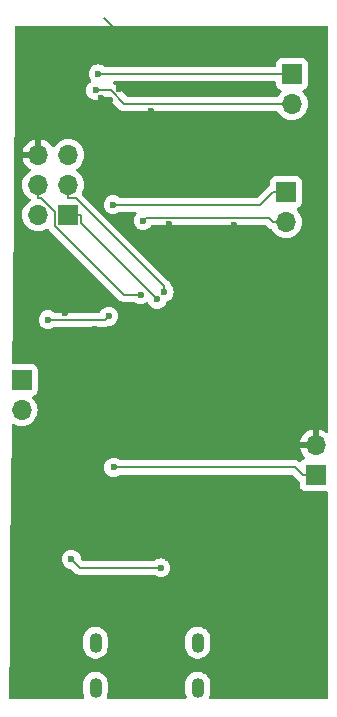
<source format=gbr>
%TF.GenerationSoftware,KiCad,Pcbnew,8.0.7*%
%TF.CreationDate,2025-01-05T21:05:33-07:00*%
%TF.ProjectId,Hat PCB,48617420-5043-4422-9e6b-696361645f70,rev?*%
%TF.SameCoordinates,Original*%
%TF.FileFunction,Copper,L2,Bot*%
%TF.FilePolarity,Positive*%
%FSLAX46Y46*%
G04 Gerber Fmt 4.6, Leading zero omitted, Abs format (unit mm)*
G04 Created by KiCad (PCBNEW 8.0.7) date 2025-01-05 21:05:33*
%MOMM*%
%LPD*%
G01*
G04 APERTURE LIST*
%TA.AperFunction,ComponentPad*%
%ADD10R,1.700000X1.700000*%
%TD*%
%TA.AperFunction,ComponentPad*%
%ADD11O,1.700000X1.700000*%
%TD*%
%TA.AperFunction,ComponentPad*%
%ADD12O,1.100000X1.700000*%
%TD*%
%TA.AperFunction,ViaPad*%
%ADD13C,0.600000*%
%TD*%
%TA.AperFunction,Conductor*%
%ADD14C,0.200000*%
%TD*%
G04 APERTURE END LIST*
D10*
%TO.P,J1,1,Pin_1*%
%TO.N,Net-(J1-Pin_1)*%
X265950000Y-136050000D03*
D11*
%TO.P,J1,2,Pin_2*%
%TO.N,GND*%
X265950000Y-133510000D03*
%TD*%
D10*
%TO.P,J5,1,Pin_1*%
%TO.N,Net-(D2-A)*%
X241050000Y-128010000D03*
D11*
%TO.P,J5,2,Pin_2*%
%TO.N,VCC*%
X241050000Y-130550000D03*
%TD*%
D10*
%TO.P,J4,1,Pin_1*%
%TO.N,Net-(J4-Pin_1)*%
X245000000Y-114040000D03*
D11*
%TO.P,J4,2,Pin_2*%
%TO.N,VCC*%
X242460000Y-114040000D03*
%TO.P,J4,3,Pin_3*%
%TO.N,Net-(J4-Pin_3)*%
X245000000Y-111500000D03*
%TO.P,J4,4,Pin_4*%
%TO.N,Net-(J4-Pin_4)*%
X242460000Y-111500000D03*
%TO.P,J4,5,Pin_5*%
%TO.N,Net-(J4-Pin_5)*%
X245000000Y-108960000D03*
%TO.P,J4,6,Pin_6*%
%TO.N,GND*%
X242460000Y-108960000D03*
%TD*%
D12*
%TO.P,P1,S1,SHIELD*%
%TO.N,unconnected-(P1-SHIELD-PadS1)_2*%
X247310000Y-150250000D03*
%TO.N,unconnected-(P1-SHIELD-PadS1)_3*%
X247310000Y-154050000D03*
%TO.N,unconnected-(P1-SHIELD-PadS1)_1*%
X255950000Y-150250000D03*
%TO.N,unconnected-(P1-SHIELD-PadS1)*%
X255950000Y-154050000D03*
%TD*%
D10*
%TO.P,J2,1,Pin_1*%
%TO.N,Net-(J2-Pin_1)*%
X263937500Y-102100000D03*
D11*
%TO.P,J2,2,Pin_2*%
%TO.N,Net-(J2-Pin_2)*%
X263937500Y-104640000D03*
%TD*%
D10*
%TO.P,J3,1,Pin_1*%
%TO.N,Net-(J3-Pin_1)*%
X263437500Y-112100000D03*
D11*
%TO.P,J3,2,Pin_2*%
%TO.N,Net-(J3-Pin_2)*%
X263437500Y-114640000D03*
%TD*%
D13*
%TO.N,Net-(Q1-G)*%
X248418100Y-122615700D03*
X243294600Y-122903700D03*
%TO.N,Net-(U4-PROG)*%
X252837000Y-143917000D03*
X245264000Y-143200000D03*
%TO.N,Net-(J4-Pin_4)*%
X251125000Y-120775000D03*
%TO.N,Net-(J4-Pin_1)*%
X252536000Y-121188000D03*
%TO.N,Net-(J4-Pin_3)*%
X253112000Y-120572000D03*
%TO.N,Net-(J3-Pin_1)*%
X248808000Y-113173000D03*
%TO.N,Net-(J3-Pin_2)*%
X251351000Y-114515000D03*
%TO.N,Net-(J2-Pin_2)*%
X247324000Y-103495000D03*
%TO.N,Net-(J2-Pin_1)*%
X247545000Y-102100000D03*
%TO.N,Net-(J1-Pin_1)*%
X248841000Y-135416000D03*
%TO.N,GND*%
X252000000Y-105197000D03*
X257938000Y-106228000D03*
X253437000Y-143109000D03*
X250284000Y-103066000D03*
X249275000Y-114672000D03*
X253806000Y-145662000D03*
X247450000Y-148324000D03*
X259950000Y-132371000D03*
X249450000Y-140343000D03*
X251108000Y-111666000D03*
X248880000Y-149098000D03*
X247775000Y-104153000D03*
X254380000Y-149109000D03*
X259050000Y-120179000D03*
X249318000Y-103382000D03*
X253500000Y-114823000D03*
X244748000Y-121479000D03*
X245500000Y-139285000D03*
X255792000Y-122900000D03*
X250650000Y-128805000D03*
X250049000Y-114417000D03*
X242500000Y-120128000D03*
X244738000Y-122310000D03*
X244719000Y-123823000D03*
X242530000Y-124276000D03*
X259000000Y-114856000D03*
X247286000Y-123700000D03*
X243550000Y-125825000D03*
X258600000Y-128312300D03*
X254594000Y-145928900D03*
X248545400Y-104265100D03*
X258950000Y-126707700D03*
%TD*%
D14*
%TO.N,Net-(Q1-G)*%
X248130100Y-122903700D02*
X243294600Y-122903700D01*
X248418100Y-122615700D02*
X248130100Y-122903700D01*
%TO.N,Net-(U4-PROG)*%
X245981000Y-143917000D02*
X245264000Y-143200000D01*
X252837000Y-143917000D02*
X245981000Y-143917000D01*
%TO.N,Net-(J4-Pin_4)*%
X242688300Y-112601700D02*
X242460000Y-112601700D01*
X243853900Y-113767300D02*
X242688300Y-112601700D01*
X243853900Y-114950400D02*
X243853900Y-113767300D01*
X249678500Y-120775000D02*
X243853900Y-114950400D01*
X251125000Y-120775000D02*
X249678500Y-120775000D01*
X242460000Y-111500000D02*
X242460000Y-112601700D01*
%TO.N,Net-(J4-Pin_1)*%
X246101700Y-114753700D02*
X246101700Y-114040000D01*
X252536000Y-121188000D02*
X246101700Y-114753700D01*
X245000000Y-114040000D02*
X246101700Y-114040000D01*
%TO.N,Net-(J4-Pin_3)*%
X245617900Y-112601700D02*
X245000000Y-112601700D01*
X253112000Y-120095800D02*
X245617900Y-112601700D01*
X253112000Y-120572000D02*
X253112000Y-120095800D01*
X245000000Y-111500000D02*
X245000000Y-112601700D01*
%TO.N,Net-(J3-Pin_1)*%
X261262800Y-113173000D02*
X248808000Y-113173000D01*
X262335800Y-112100000D02*
X261262800Y-113173000D01*
X263437500Y-112100000D02*
X262335800Y-112100000D01*
%TO.N,Net-(J3-Pin_2)*%
X261964300Y-114268500D02*
X262335800Y-114640000D01*
X251597500Y-114268500D02*
X261964300Y-114268500D01*
X251351000Y-114515000D02*
X251597500Y-114268500D01*
X263437500Y-114640000D02*
X262335800Y-114640000D01*
%TO.N,Net-(J2-Pin_2)*%
X249749300Y-104640000D02*
X263937500Y-104640000D01*
X248604300Y-103495000D02*
X249749300Y-104640000D01*
X247324000Y-103495000D02*
X248604300Y-103495000D01*
%TO.N,Net-(J2-Pin_1)*%
X247545000Y-102100000D02*
X263937500Y-102100000D01*
%TO.N,Net-(J1-Pin_1)*%
X264214300Y-135416000D02*
X264848300Y-136050000D01*
X248841000Y-135416000D02*
X264214300Y-135416000D01*
X265950000Y-136050000D02*
X264848300Y-136050000D01*
%TO.N,GND*%
X250720400Y-100099400D02*
X247983500Y-97362500D01*
%TD*%
%TA.AperFunction,Conductor*%
%TO.N,GND*%
G36*
X262530040Y-102720185D02*
G01*
X262575795Y-102772989D01*
X262587001Y-102824500D01*
X262587001Y-102997876D01*
X262593408Y-103057483D01*
X262643702Y-103192328D01*
X262643706Y-103192335D01*
X262729952Y-103307544D01*
X262729955Y-103307547D01*
X262845164Y-103393793D01*
X262845171Y-103393797D01*
X262976581Y-103442810D01*
X263032515Y-103484681D01*
X263056932Y-103550145D01*
X263042080Y-103618418D01*
X263020930Y-103646673D01*
X262899003Y-103768600D01*
X262763465Y-103962170D01*
X262763462Y-103962175D01*
X262760789Y-103967909D01*
X262714615Y-104020346D01*
X262648409Y-104039500D01*
X250049398Y-104039500D01*
X249982359Y-104019815D01*
X249961717Y-104003181D01*
X249091890Y-103133355D01*
X249091888Y-103133352D01*
X248973017Y-103014481D01*
X248973009Y-103014475D01*
X248871236Y-102955717D01*
X248871235Y-102955717D01*
X248836085Y-102935423D01*
X248836083Y-102935422D01*
X248829960Y-102931887D01*
X248781745Y-102881319D01*
X248768523Y-102812712D01*
X248794491Y-102747847D01*
X248851406Y-102707320D01*
X248891961Y-102700500D01*
X262463001Y-102700500D01*
X262530040Y-102720185D01*
G37*
%TD.AperFunction*%
%TA.AperFunction,Conductor*%
G36*
X266943039Y-98019685D02*
G01*
X266988794Y-98072489D01*
X267000000Y-98124000D01*
X267000000Y-132358971D01*
X266980315Y-132426010D01*
X266927511Y-132471765D01*
X266858353Y-132481709D01*
X266804876Y-132460546D01*
X266627578Y-132336399D01*
X266413492Y-132236570D01*
X266413486Y-132236567D01*
X266200000Y-132179364D01*
X266200000Y-133076988D01*
X266142993Y-133044075D01*
X266015826Y-133010000D01*
X265884174Y-133010000D01*
X265757007Y-133044075D01*
X265700000Y-133076988D01*
X265700000Y-132179364D01*
X265699999Y-132179364D01*
X265486513Y-132236567D01*
X265486507Y-132236570D01*
X265272422Y-132336399D01*
X265272420Y-132336400D01*
X265078926Y-132471886D01*
X265078920Y-132471891D01*
X264911891Y-132638920D01*
X264911886Y-132638926D01*
X264776400Y-132832420D01*
X264776399Y-132832422D01*
X264676570Y-133046507D01*
X264676567Y-133046513D01*
X264619364Y-133259999D01*
X264619364Y-133260000D01*
X265516988Y-133260000D01*
X265484075Y-133317007D01*
X265450000Y-133444174D01*
X265450000Y-133575826D01*
X265484075Y-133702993D01*
X265516988Y-133760000D01*
X264619364Y-133760000D01*
X264676567Y-133973486D01*
X264676570Y-133973492D01*
X264776399Y-134187578D01*
X264911894Y-134381082D01*
X265033946Y-134503134D01*
X265067431Y-134564457D01*
X265062447Y-134634149D01*
X265020575Y-134690082D01*
X264989598Y-134706997D01*
X264857671Y-134756202D01*
X264857664Y-134756206D01*
X264742455Y-134842452D01*
X264711670Y-134883576D01*
X264655736Y-134925446D01*
X264586044Y-134930430D01*
X264550405Y-134916652D01*
X264493115Y-134883576D01*
X264481235Y-134876717D01*
X264481234Y-134876716D01*
X264446090Y-134856425D01*
X264446089Y-134856424D01*
X264433563Y-134853067D01*
X264293357Y-134815499D01*
X264135243Y-134815499D01*
X264127647Y-134815499D01*
X264127631Y-134815500D01*
X249423412Y-134815500D01*
X249356373Y-134795815D01*
X249346097Y-134788445D01*
X249343263Y-134786185D01*
X249343262Y-134786184D01*
X249217237Y-134706997D01*
X249190523Y-134690211D01*
X249020254Y-134630631D01*
X249020249Y-134630630D01*
X248841004Y-134610435D01*
X248840996Y-134610435D01*
X248661750Y-134630630D01*
X248661745Y-134630631D01*
X248491476Y-134690211D01*
X248338737Y-134786184D01*
X248211184Y-134913737D01*
X248115211Y-135066476D01*
X248055631Y-135236745D01*
X248055630Y-135236750D01*
X248035435Y-135415996D01*
X248035435Y-135416003D01*
X248055630Y-135595249D01*
X248055631Y-135595254D01*
X248115211Y-135765523D01*
X248211184Y-135918262D01*
X248338738Y-136045816D01*
X248491478Y-136141789D01*
X248661745Y-136201368D01*
X248661750Y-136201369D01*
X248840996Y-136221565D01*
X248841000Y-136221565D01*
X248841004Y-136221565D01*
X249020249Y-136201369D01*
X249020252Y-136201368D01*
X249020255Y-136201368D01*
X249190522Y-136141789D01*
X249343262Y-136045816D01*
X249343267Y-136045810D01*
X249346097Y-136043555D01*
X249348275Y-136042665D01*
X249349158Y-136042111D01*
X249349255Y-136042265D01*
X249410783Y-136017145D01*
X249423412Y-136016500D01*
X263914203Y-136016500D01*
X263981242Y-136036185D01*
X264001884Y-136052819D01*
X264363439Y-136414374D01*
X264363449Y-136414385D01*
X264367779Y-136418715D01*
X264367780Y-136418716D01*
X264479584Y-136530520D01*
X264537501Y-136563958D01*
X264585715Y-136614522D01*
X264599500Y-136671344D01*
X264599500Y-136947869D01*
X264599501Y-136947876D01*
X264605908Y-137007483D01*
X264656202Y-137142328D01*
X264656206Y-137142335D01*
X264742452Y-137257544D01*
X264742455Y-137257547D01*
X264857664Y-137343793D01*
X264857671Y-137343797D01*
X264992517Y-137394091D01*
X264992516Y-137394091D01*
X264999444Y-137394835D01*
X265052127Y-137400500D01*
X266847872Y-137400499D01*
X266862746Y-137398900D01*
X266931505Y-137411306D01*
X266982642Y-137458917D01*
X267000000Y-137522190D01*
X267000000Y-154876000D01*
X266980315Y-154943039D01*
X266927511Y-154988794D01*
X266876000Y-155000000D01*
X257003393Y-155000000D01*
X256936354Y-154980315D01*
X256890599Y-154927511D01*
X256880655Y-154858353D01*
X256888832Y-154828547D01*
X256960130Y-154656420D01*
X257000500Y-154453465D01*
X257000500Y-153646535D01*
X256960130Y-153443580D01*
X256880941Y-153252402D01*
X256765977Y-153080345D01*
X256765975Y-153080342D01*
X256619657Y-152934024D01*
X256533626Y-152876541D01*
X256447598Y-152819059D01*
X256256420Y-152739870D01*
X256256412Y-152739868D01*
X256053469Y-152699500D01*
X256053465Y-152699500D01*
X255846535Y-152699500D01*
X255846530Y-152699500D01*
X255643587Y-152739868D01*
X255643579Y-152739870D01*
X255452403Y-152819058D01*
X255280342Y-152934024D01*
X255134024Y-153080342D01*
X255019058Y-153252403D01*
X254939870Y-153443579D01*
X254939868Y-153443587D01*
X254899500Y-153646530D01*
X254899500Y-154453469D01*
X254939868Y-154656412D01*
X254939870Y-154656420D01*
X255011168Y-154828547D01*
X255018637Y-154898016D01*
X254987362Y-154960496D01*
X254927273Y-154996148D01*
X254896607Y-155000000D01*
X248363393Y-155000000D01*
X248296354Y-154980315D01*
X248250599Y-154927511D01*
X248240655Y-154858353D01*
X248248832Y-154828547D01*
X248320130Y-154656420D01*
X248360500Y-154453465D01*
X248360500Y-153646535D01*
X248320130Y-153443580D01*
X248240941Y-153252402D01*
X248125977Y-153080345D01*
X248125975Y-153080342D01*
X247979657Y-152934024D01*
X247893626Y-152876541D01*
X247807598Y-152819059D01*
X247616420Y-152739870D01*
X247616412Y-152739868D01*
X247413469Y-152699500D01*
X247413465Y-152699500D01*
X247206535Y-152699500D01*
X247206530Y-152699500D01*
X247003587Y-152739868D01*
X247003579Y-152739870D01*
X246812403Y-152819058D01*
X246640342Y-152934024D01*
X246494024Y-153080342D01*
X246379058Y-153252403D01*
X246299870Y-153443579D01*
X246299868Y-153443587D01*
X246259500Y-153646530D01*
X246259500Y-154453469D01*
X246299868Y-154656412D01*
X246299870Y-154656420D01*
X246371168Y-154828547D01*
X246378637Y-154898016D01*
X246347362Y-154960496D01*
X246287273Y-154996148D01*
X246256607Y-155000000D01*
X240125092Y-155000000D01*
X240058053Y-154980315D01*
X240012298Y-154927511D01*
X240001097Y-154874912D01*
X240045205Y-149846530D01*
X246259500Y-149846530D01*
X246259500Y-150653469D01*
X246299868Y-150856412D01*
X246299870Y-150856420D01*
X246379058Y-151047596D01*
X246494024Y-151219657D01*
X246640342Y-151365975D01*
X246640345Y-151365977D01*
X246812402Y-151480941D01*
X247003580Y-151560130D01*
X247206530Y-151600499D01*
X247206534Y-151600500D01*
X247206535Y-151600500D01*
X247413466Y-151600500D01*
X247413467Y-151600499D01*
X247616420Y-151560130D01*
X247807598Y-151480941D01*
X247979655Y-151365977D01*
X248125977Y-151219655D01*
X248240941Y-151047598D01*
X248320130Y-150856420D01*
X248360500Y-150653465D01*
X248360500Y-149846535D01*
X248360499Y-149846530D01*
X254899500Y-149846530D01*
X254899500Y-150653469D01*
X254939868Y-150856412D01*
X254939870Y-150856420D01*
X255019058Y-151047596D01*
X255134024Y-151219657D01*
X255280342Y-151365975D01*
X255280345Y-151365977D01*
X255452402Y-151480941D01*
X255643580Y-151560130D01*
X255846530Y-151600499D01*
X255846534Y-151600500D01*
X255846535Y-151600500D01*
X256053466Y-151600500D01*
X256053467Y-151600499D01*
X256256420Y-151560130D01*
X256447598Y-151480941D01*
X256619655Y-151365977D01*
X256765977Y-151219655D01*
X256880941Y-151047598D01*
X256960130Y-150856420D01*
X257000500Y-150653465D01*
X257000500Y-149846535D01*
X256960130Y-149643580D01*
X256880941Y-149452402D01*
X256765977Y-149280345D01*
X256765975Y-149280342D01*
X256619657Y-149134024D01*
X256533626Y-149076541D01*
X256447598Y-149019059D01*
X256256420Y-148939870D01*
X256256412Y-148939868D01*
X256053469Y-148899500D01*
X256053465Y-148899500D01*
X255846535Y-148899500D01*
X255846530Y-148899500D01*
X255643587Y-148939868D01*
X255643579Y-148939870D01*
X255452403Y-149019058D01*
X255280342Y-149134024D01*
X255134024Y-149280342D01*
X255019058Y-149452403D01*
X254939870Y-149643579D01*
X254939868Y-149643587D01*
X254899500Y-149846530D01*
X248360499Y-149846530D01*
X248320130Y-149643580D01*
X248240941Y-149452402D01*
X248125977Y-149280345D01*
X248125975Y-149280342D01*
X247979657Y-149134024D01*
X247893626Y-149076541D01*
X247807598Y-149019059D01*
X247616420Y-148939870D01*
X247616412Y-148939868D01*
X247413469Y-148899500D01*
X247413465Y-148899500D01*
X247206535Y-148899500D01*
X247206530Y-148899500D01*
X247003587Y-148939868D01*
X247003579Y-148939870D01*
X246812403Y-149019058D01*
X246640342Y-149134024D01*
X246494024Y-149280342D01*
X246379058Y-149452403D01*
X246299870Y-149643579D01*
X246299868Y-149643587D01*
X246259500Y-149846530D01*
X240045205Y-149846530D01*
X240103508Y-143199996D01*
X244458435Y-143199996D01*
X244458435Y-143200003D01*
X244478630Y-143379249D01*
X244478631Y-143379254D01*
X244538211Y-143549523D01*
X244634184Y-143702262D01*
X244761738Y-143829816D01*
X244914478Y-143925789D01*
X245084745Y-143985368D01*
X245171669Y-143995161D01*
X245236080Y-144022226D01*
X245245465Y-144030700D01*
X245496139Y-144281374D01*
X245496149Y-144281385D01*
X245500479Y-144285715D01*
X245500480Y-144285716D01*
X245612284Y-144397520D01*
X245699095Y-144447639D01*
X245699097Y-144447641D01*
X245737151Y-144469611D01*
X245749215Y-144476577D01*
X245901943Y-144517500D01*
X252254588Y-144517500D01*
X252321627Y-144537185D01*
X252331903Y-144544555D01*
X252334736Y-144546814D01*
X252334738Y-144546816D01*
X252487478Y-144642789D01*
X252657745Y-144702368D01*
X252657750Y-144702369D01*
X252836996Y-144722565D01*
X252837000Y-144722565D01*
X252837004Y-144722565D01*
X253016249Y-144702369D01*
X253016252Y-144702368D01*
X253016255Y-144702368D01*
X253186522Y-144642789D01*
X253339262Y-144546816D01*
X253466816Y-144419262D01*
X253562789Y-144266522D01*
X253622368Y-144096255D01*
X253622369Y-144096249D01*
X253642565Y-143917003D01*
X253642565Y-143916996D01*
X253622369Y-143737750D01*
X253622368Y-143737745D01*
X253562788Y-143567476D01*
X253466815Y-143414737D01*
X253339262Y-143287184D01*
X253186523Y-143191211D01*
X253016254Y-143131631D01*
X253016249Y-143131630D01*
X252837004Y-143111435D01*
X252836996Y-143111435D01*
X252657750Y-143131630D01*
X252657745Y-143131631D01*
X252487476Y-143191211D01*
X252334736Y-143287185D01*
X252331903Y-143289445D01*
X252329724Y-143290334D01*
X252328842Y-143290889D01*
X252328744Y-143290734D01*
X252267217Y-143315855D01*
X252254588Y-143316500D01*
X246281097Y-143316500D01*
X246214058Y-143296815D01*
X246193416Y-143280181D01*
X246094700Y-143181465D01*
X246061215Y-143120142D01*
X246059163Y-143107686D01*
X246049368Y-143020745D01*
X245989789Y-142850478D01*
X245893816Y-142697738D01*
X245766262Y-142570184D01*
X245613523Y-142474211D01*
X245443254Y-142414631D01*
X245443249Y-142414630D01*
X245264004Y-142394435D01*
X245263996Y-142394435D01*
X245084750Y-142414630D01*
X245084745Y-142414631D01*
X244914476Y-142474211D01*
X244761737Y-142570184D01*
X244634184Y-142697737D01*
X244538211Y-142850476D01*
X244478631Y-143020745D01*
X244478630Y-143020750D01*
X244458435Y-143199996D01*
X240103508Y-143199996D01*
X240203168Y-131838772D01*
X240223439Y-131771914D01*
X240276642Y-131726624D01*
X240345885Y-131717288D01*
X240379565Y-131727483D01*
X240586337Y-131823903D01*
X240814592Y-131885063D01*
X241002918Y-131901539D01*
X241049999Y-131905659D01*
X241050000Y-131905659D01*
X241050001Y-131905659D01*
X241089234Y-131902226D01*
X241285408Y-131885063D01*
X241513663Y-131823903D01*
X241727830Y-131724035D01*
X241921401Y-131588495D01*
X242088495Y-131421401D01*
X242224035Y-131227830D01*
X242323903Y-131013663D01*
X242385063Y-130785408D01*
X242405659Y-130550000D01*
X242385063Y-130314592D01*
X242323903Y-130086337D01*
X242224035Y-129872171D01*
X242088495Y-129678599D01*
X241966567Y-129556671D01*
X241933084Y-129495351D01*
X241938068Y-129425659D01*
X241979939Y-129369725D01*
X242010915Y-129352810D01*
X242142331Y-129303796D01*
X242257546Y-129217546D01*
X242343796Y-129102331D01*
X242394091Y-128967483D01*
X242400500Y-128907873D01*
X242400499Y-127112128D01*
X242394091Y-127052517D01*
X242343796Y-126917669D01*
X242343795Y-126917668D01*
X242343793Y-126917664D01*
X242257547Y-126802455D01*
X242257544Y-126802452D01*
X242142335Y-126716206D01*
X242142328Y-126716202D01*
X242007482Y-126665908D01*
X242007483Y-126665908D01*
X241947883Y-126659501D01*
X241947881Y-126659500D01*
X241947873Y-126659500D01*
X241947865Y-126659500D01*
X240373692Y-126659500D01*
X240306653Y-126639815D01*
X240260898Y-126587011D01*
X240249698Y-126534417D01*
X240281546Y-122903696D01*
X242489035Y-122903696D01*
X242489035Y-122903703D01*
X242509230Y-123082949D01*
X242509231Y-123082954D01*
X242568811Y-123253223D01*
X242624273Y-123341489D01*
X242664784Y-123405962D01*
X242792338Y-123533516D01*
X242945078Y-123629489D01*
X243115345Y-123689068D01*
X243115350Y-123689069D01*
X243294596Y-123709265D01*
X243294600Y-123709265D01*
X243294604Y-123709265D01*
X243473849Y-123689069D01*
X243473852Y-123689068D01*
X243473855Y-123689068D01*
X243644122Y-123629489D01*
X243796862Y-123533516D01*
X243796867Y-123533510D01*
X243799697Y-123531255D01*
X243801875Y-123530365D01*
X243802758Y-123529811D01*
X243802855Y-123529965D01*
X243864383Y-123504845D01*
X243877012Y-123504200D01*
X248043431Y-123504200D01*
X248043447Y-123504201D01*
X248051043Y-123504201D01*
X248209154Y-123504201D01*
X248209157Y-123504201D01*
X248361885Y-123463277D01*
X248412004Y-123434339D01*
X248416248Y-123431888D01*
X248464369Y-123416050D01*
X248597355Y-123401068D01*
X248767622Y-123341489D01*
X248920362Y-123245516D01*
X249047916Y-123117962D01*
X249143889Y-122965222D01*
X249203468Y-122794955D01*
X249211412Y-122724450D01*
X249223665Y-122615703D01*
X249223665Y-122615696D01*
X249203469Y-122436450D01*
X249203468Y-122436445D01*
X249143889Y-122266178D01*
X249047916Y-122113438D01*
X248920362Y-121985884D01*
X248805624Y-121913789D01*
X248767623Y-121889911D01*
X248597354Y-121830331D01*
X248597349Y-121830330D01*
X248418104Y-121810135D01*
X248418096Y-121810135D01*
X248238850Y-121830330D01*
X248238845Y-121830331D01*
X248068576Y-121889911D01*
X247915837Y-121985884D01*
X247788284Y-122113437D01*
X247705510Y-122245172D01*
X247653175Y-122291463D01*
X247600516Y-122303200D01*
X243877012Y-122303200D01*
X243809973Y-122283515D01*
X243799697Y-122276145D01*
X243796863Y-122273885D01*
X243796862Y-122273884D01*
X243740096Y-122238215D01*
X243644123Y-122177911D01*
X243473854Y-122118331D01*
X243473849Y-122118330D01*
X243294604Y-122098135D01*
X243294596Y-122098135D01*
X243115350Y-122118330D01*
X243115345Y-122118331D01*
X242945076Y-122177911D01*
X242792337Y-122273884D01*
X242664784Y-122401437D01*
X242568811Y-122554176D01*
X242509231Y-122724445D01*
X242509230Y-122724450D01*
X242489035Y-122903696D01*
X240281546Y-122903696D01*
X240381579Y-111499999D01*
X241104341Y-111499999D01*
X241104341Y-111500000D01*
X241124936Y-111735403D01*
X241124938Y-111735413D01*
X241186094Y-111963655D01*
X241186096Y-111963659D01*
X241186097Y-111963663D01*
X241190000Y-111972032D01*
X241285965Y-112177830D01*
X241285967Y-112177834D01*
X241348187Y-112266692D01*
X241421504Y-112371400D01*
X241421506Y-112371402D01*
X241588597Y-112538493D01*
X241588603Y-112538498D01*
X241774158Y-112668425D01*
X241817783Y-112723002D01*
X241824977Y-112792500D01*
X241793454Y-112854855D01*
X241774158Y-112871575D01*
X241588597Y-113001505D01*
X241421505Y-113168597D01*
X241285965Y-113362169D01*
X241285964Y-113362171D01*
X241186098Y-113576335D01*
X241186094Y-113576344D01*
X241124938Y-113804586D01*
X241124936Y-113804596D01*
X241104341Y-114039999D01*
X241104341Y-114040000D01*
X241124936Y-114275403D01*
X241124938Y-114275413D01*
X241186094Y-114503655D01*
X241186096Y-114503659D01*
X241186097Y-114503663D01*
X241191382Y-114514996D01*
X241285965Y-114717830D01*
X241285967Y-114717834D01*
X241388680Y-114864522D01*
X241421505Y-114911401D01*
X241588599Y-115078495D01*
X241648623Y-115120524D01*
X241782165Y-115214032D01*
X241782167Y-115214033D01*
X241782170Y-115214035D01*
X241996337Y-115313903D01*
X242224592Y-115375063D01*
X242404634Y-115390815D01*
X242459999Y-115395659D01*
X242460000Y-115395659D01*
X242460001Y-115395659D01*
X242515366Y-115390815D01*
X242695408Y-115375063D01*
X242923663Y-115313903D01*
X243137830Y-115214035D01*
X243151514Y-115204452D01*
X243217720Y-115182124D01*
X243285488Y-115199133D01*
X243330027Y-115244026D01*
X243372638Y-115317830D01*
X243373379Y-115319114D01*
X243373381Y-115319117D01*
X243492249Y-115437985D01*
X243492255Y-115437990D01*
X249193639Y-121139374D01*
X249193649Y-121139385D01*
X249197979Y-121143715D01*
X249197980Y-121143716D01*
X249309784Y-121255520D01*
X249382997Y-121297789D01*
X249382998Y-121297790D01*
X249446709Y-121334574D01*
X249446710Y-121334574D01*
X249446715Y-121334577D01*
X249599442Y-121375500D01*
X249599443Y-121375500D01*
X250542588Y-121375500D01*
X250609627Y-121395185D01*
X250619903Y-121402555D01*
X250622736Y-121404814D01*
X250622738Y-121404816D01*
X250775478Y-121500789D01*
X250880452Y-121537521D01*
X250945745Y-121560368D01*
X250945750Y-121560369D01*
X251124996Y-121580565D01*
X251125000Y-121580565D01*
X251125004Y-121580565D01*
X251304249Y-121560369D01*
X251304252Y-121560368D01*
X251304255Y-121560368D01*
X251474522Y-121500789D01*
X251607512Y-121417225D01*
X251674748Y-121398225D01*
X251741583Y-121418592D01*
X251786798Y-121471860D01*
X251790526Y-121481265D01*
X251810210Y-121537521D01*
X251906184Y-121690262D01*
X252033738Y-121817816D01*
X252186478Y-121913789D01*
X252356745Y-121973368D01*
X252356750Y-121973369D01*
X252535996Y-121993565D01*
X252536000Y-121993565D01*
X252536004Y-121993565D01*
X252715249Y-121973369D01*
X252715252Y-121973368D01*
X252715255Y-121973368D01*
X252885522Y-121913789D01*
X253038262Y-121817816D01*
X253165816Y-121690262D01*
X253261789Y-121537522D01*
X253309789Y-121400344D01*
X253350511Y-121343569D01*
X253385875Y-121324258D01*
X253461522Y-121297789D01*
X253614262Y-121201816D01*
X253741816Y-121074262D01*
X253837789Y-120921522D01*
X253897368Y-120751255D01*
X253917565Y-120572000D01*
X253897368Y-120392745D01*
X253837789Y-120222478D01*
X253741816Y-120069738D01*
X253741815Y-120069737D01*
X253737475Y-120064295D01*
X253739119Y-120062983D01*
X253712568Y-120016997D01*
X253712501Y-120016746D01*
X253712501Y-120016743D01*
X253671577Y-119864015D01*
X253642639Y-119813895D01*
X253592520Y-119727084D01*
X253480716Y-119615280D01*
X253480715Y-119615279D01*
X253476385Y-119610949D01*
X253476374Y-119610939D01*
X247038431Y-113172996D01*
X248002435Y-113172996D01*
X248002435Y-113173003D01*
X248022630Y-113352249D01*
X248022631Y-113352254D01*
X248082211Y-113522523D01*
X248173620Y-113667999D01*
X248178184Y-113675262D01*
X248305738Y-113802816D01*
X248458478Y-113898789D01*
X248628745Y-113958368D01*
X248628750Y-113958369D01*
X248807996Y-113978565D01*
X248808000Y-113978565D01*
X248808004Y-113978565D01*
X248987249Y-113958369D01*
X248987252Y-113958368D01*
X248987255Y-113958368D01*
X249157522Y-113898789D01*
X249310262Y-113802816D01*
X249310267Y-113802810D01*
X249313097Y-113800555D01*
X249315275Y-113799665D01*
X249316158Y-113799111D01*
X249316255Y-113799265D01*
X249377783Y-113774145D01*
X249390412Y-113773500D01*
X250661060Y-113773500D01*
X250728099Y-113793185D01*
X250773854Y-113845989D01*
X250783798Y-113915147D01*
X250754773Y-113978703D01*
X250748741Y-113985181D01*
X250721184Y-114012737D01*
X250625211Y-114165476D01*
X250565631Y-114335745D01*
X250565630Y-114335750D01*
X250545435Y-114514996D01*
X250545435Y-114515003D01*
X250565630Y-114694249D01*
X250565631Y-114694254D01*
X250625211Y-114864523D01*
X250664486Y-114927028D01*
X250721184Y-115017262D01*
X250848738Y-115144816D01*
X250935183Y-115199133D01*
X250983565Y-115229534D01*
X251001478Y-115240789D01*
X251124734Y-115283918D01*
X251171745Y-115300368D01*
X251171750Y-115300369D01*
X251350996Y-115320565D01*
X251351000Y-115320565D01*
X251351004Y-115320565D01*
X251530249Y-115300369D01*
X251530252Y-115300368D01*
X251530255Y-115300368D01*
X251700522Y-115240789D01*
X251853262Y-115144816D01*
X251980816Y-115017262D01*
X252037514Y-114927028D01*
X252089849Y-114880737D01*
X252142508Y-114869000D01*
X261664203Y-114869000D01*
X261731242Y-114888685D01*
X261751884Y-114905319D01*
X261850939Y-115004374D01*
X261850949Y-115004385D01*
X261855279Y-115008715D01*
X261855280Y-115008716D01*
X261967084Y-115120520D01*
X261967086Y-115120521D01*
X261967090Y-115120524D01*
X262009166Y-115144816D01*
X262104016Y-115199577D01*
X262167364Y-115216550D01*
X262227023Y-115252915D01*
X262247651Y-115283918D01*
X262263464Y-115317828D01*
X262263467Y-115317834D01*
X262347602Y-115437990D01*
X262399005Y-115511401D01*
X262566099Y-115678495D01*
X262662884Y-115746265D01*
X262759665Y-115814032D01*
X262759667Y-115814033D01*
X262759670Y-115814035D01*
X262973837Y-115913903D01*
X263202092Y-115975063D01*
X263390418Y-115991539D01*
X263437499Y-115995659D01*
X263437500Y-115995659D01*
X263437501Y-115995659D01*
X263476734Y-115992226D01*
X263672908Y-115975063D01*
X263901163Y-115913903D01*
X264115330Y-115814035D01*
X264308901Y-115678495D01*
X264475995Y-115511401D01*
X264611535Y-115317830D01*
X264711403Y-115103663D01*
X264772563Y-114875408D01*
X264793159Y-114640000D01*
X264772563Y-114404592D01*
X264711403Y-114176337D01*
X264611535Y-113962171D01*
X264608872Y-113958368D01*
X264475996Y-113768600D01*
X264416318Y-113708922D01*
X264354067Y-113646671D01*
X264320584Y-113585351D01*
X264325568Y-113515659D01*
X264367439Y-113459725D01*
X264398415Y-113442810D01*
X264529831Y-113393796D01*
X264645046Y-113307546D01*
X264731296Y-113192331D01*
X264781591Y-113057483D01*
X264788000Y-112997873D01*
X264787999Y-111202128D01*
X264781591Y-111142517D01*
X264741988Y-111036337D01*
X264731297Y-111007671D01*
X264731293Y-111007664D01*
X264645047Y-110892455D01*
X264645044Y-110892452D01*
X264529835Y-110806206D01*
X264529828Y-110806202D01*
X264394982Y-110755908D01*
X264394983Y-110755908D01*
X264335383Y-110749501D01*
X264335381Y-110749500D01*
X264335373Y-110749500D01*
X264335364Y-110749500D01*
X262539629Y-110749500D01*
X262539623Y-110749501D01*
X262480016Y-110755908D01*
X262345171Y-110806202D01*
X262345164Y-110806206D01*
X262229955Y-110892452D01*
X262229952Y-110892455D01*
X262143706Y-111007664D01*
X262143702Y-111007671D01*
X262093408Y-111142517D01*
X262087001Y-111202116D01*
X262087001Y-111202123D01*
X262087000Y-111202135D01*
X262087000Y-111478655D01*
X262067315Y-111545694D01*
X262025000Y-111586042D01*
X261967087Y-111619477D01*
X261967082Y-111619481D01*
X261855280Y-111731284D01*
X261855278Y-111731286D01*
X261444348Y-112142217D01*
X261050384Y-112536181D01*
X260989061Y-112569666D01*
X260962703Y-112572500D01*
X249390412Y-112572500D01*
X249323373Y-112552815D01*
X249313097Y-112545445D01*
X249310263Y-112543185D01*
X249310262Y-112543184D01*
X249189064Y-112467030D01*
X249157523Y-112447211D01*
X248987254Y-112387631D01*
X248987249Y-112387630D01*
X248808004Y-112367435D01*
X248807996Y-112367435D01*
X248628750Y-112387630D01*
X248628745Y-112387631D01*
X248458476Y-112447211D01*
X248305737Y-112543184D01*
X248178184Y-112670737D01*
X248082211Y-112823476D01*
X248022631Y-112993745D01*
X248022630Y-112993750D01*
X248002435Y-113172996D01*
X247038431Y-113172996D01*
X246193450Y-112328015D01*
X246159965Y-112266692D01*
X246164949Y-112197000D01*
X246173747Y-112178328D01*
X246174026Y-112177841D01*
X246174035Y-112177830D01*
X246273903Y-111963663D01*
X246335063Y-111735408D01*
X246355659Y-111500000D01*
X246335063Y-111264592D01*
X246273903Y-111036337D01*
X246174035Y-110822171D01*
X246168425Y-110814158D01*
X246038494Y-110628597D01*
X245871402Y-110461506D01*
X245871396Y-110461501D01*
X245685842Y-110331575D01*
X245642217Y-110276998D01*
X245635023Y-110207500D01*
X245666546Y-110145145D01*
X245685842Y-110128425D01*
X245708026Y-110112891D01*
X245871401Y-109998495D01*
X246038495Y-109831401D01*
X246174035Y-109637830D01*
X246273903Y-109423663D01*
X246335063Y-109195408D01*
X246355659Y-108960000D01*
X246335063Y-108724592D01*
X246273903Y-108496337D01*
X246174035Y-108282171D01*
X246168731Y-108274595D01*
X246038494Y-108088597D01*
X245871402Y-107921506D01*
X245871395Y-107921501D01*
X245677834Y-107785967D01*
X245677830Y-107785965D01*
X245677828Y-107785964D01*
X245463663Y-107686097D01*
X245463659Y-107686096D01*
X245463655Y-107686094D01*
X245235413Y-107624938D01*
X245235403Y-107624936D01*
X245000001Y-107604341D01*
X244999999Y-107604341D01*
X244764596Y-107624936D01*
X244764586Y-107624938D01*
X244536344Y-107686094D01*
X244536335Y-107686098D01*
X244322171Y-107785964D01*
X244322169Y-107785965D01*
X244128597Y-107921505D01*
X243961508Y-108088594D01*
X243831269Y-108274595D01*
X243776692Y-108318219D01*
X243707193Y-108325412D01*
X243644839Y-108293890D01*
X243628119Y-108274594D01*
X243498113Y-108088926D01*
X243498108Y-108088920D01*
X243331082Y-107921894D01*
X243137578Y-107786399D01*
X242923492Y-107686570D01*
X242923486Y-107686567D01*
X242710000Y-107629364D01*
X242710000Y-108526988D01*
X242652993Y-108494075D01*
X242525826Y-108460000D01*
X242394174Y-108460000D01*
X242267007Y-108494075D01*
X242210000Y-108526988D01*
X242210000Y-107629364D01*
X242209999Y-107629364D01*
X241996513Y-107686567D01*
X241996507Y-107686570D01*
X241782422Y-107786399D01*
X241782420Y-107786400D01*
X241588926Y-107921886D01*
X241588920Y-107921891D01*
X241421891Y-108088920D01*
X241421886Y-108088926D01*
X241286400Y-108282420D01*
X241286399Y-108282422D01*
X241186570Y-108496507D01*
X241186567Y-108496513D01*
X241129364Y-108709999D01*
X241129364Y-108710000D01*
X242026988Y-108710000D01*
X241994075Y-108767007D01*
X241960000Y-108894174D01*
X241960000Y-109025826D01*
X241994075Y-109152993D01*
X242026988Y-109210000D01*
X241129364Y-109210000D01*
X241186567Y-109423486D01*
X241186570Y-109423492D01*
X241286399Y-109637578D01*
X241421894Y-109831082D01*
X241588917Y-109998105D01*
X241774595Y-110128119D01*
X241818219Y-110182696D01*
X241825412Y-110252195D01*
X241793890Y-110314549D01*
X241774595Y-110331269D01*
X241588594Y-110461508D01*
X241421505Y-110628597D01*
X241285965Y-110822169D01*
X241285964Y-110822171D01*
X241186098Y-111036335D01*
X241186094Y-111036344D01*
X241124938Y-111264586D01*
X241124936Y-111264596D01*
X241104341Y-111499999D01*
X240381579Y-111499999D01*
X240451798Y-103494996D01*
X246518435Y-103494996D01*
X246518435Y-103495003D01*
X246538630Y-103674249D01*
X246538631Y-103674254D01*
X246598211Y-103844523D01*
X246672134Y-103962170D01*
X246694184Y-103997262D01*
X246821738Y-104124816D01*
X246974478Y-104220789D01*
X247144745Y-104280368D01*
X247144750Y-104280369D01*
X247323996Y-104300565D01*
X247324000Y-104300565D01*
X247324004Y-104300565D01*
X247503249Y-104280369D01*
X247503252Y-104280368D01*
X247503255Y-104280368D01*
X247673522Y-104220789D01*
X247826262Y-104124816D01*
X247826267Y-104124810D01*
X247829097Y-104122555D01*
X247831275Y-104121665D01*
X247832158Y-104121111D01*
X247832255Y-104121265D01*
X247893783Y-104096145D01*
X247906412Y-104095500D01*
X248304203Y-104095500D01*
X248371242Y-104115185D01*
X248391883Y-104131818D01*
X249380584Y-105120520D01*
X249380586Y-105120521D01*
X249380590Y-105120524D01*
X249517509Y-105199573D01*
X249517516Y-105199577D01*
X249670243Y-105240501D01*
X249670245Y-105240501D01*
X249835954Y-105240501D01*
X249835970Y-105240500D01*
X262648409Y-105240500D01*
X262715448Y-105260185D01*
X262760792Y-105312097D01*
X262763465Y-105317830D01*
X262899005Y-105511401D01*
X263066099Y-105678495D01*
X263162884Y-105746265D01*
X263259665Y-105814032D01*
X263259667Y-105814033D01*
X263259670Y-105814035D01*
X263473837Y-105913903D01*
X263702092Y-105975063D01*
X263890418Y-105991539D01*
X263937499Y-105995659D01*
X263937500Y-105995659D01*
X263937501Y-105995659D01*
X263976734Y-105992226D01*
X264172908Y-105975063D01*
X264401163Y-105913903D01*
X264615330Y-105814035D01*
X264808901Y-105678495D01*
X264975995Y-105511401D01*
X265111535Y-105317830D01*
X265211403Y-105103663D01*
X265272563Y-104875408D01*
X265293159Y-104640000D01*
X265272563Y-104404592D01*
X265211403Y-104176337D01*
X265111535Y-103962171D01*
X265111534Y-103962169D01*
X264975996Y-103768600D01*
X264975995Y-103768599D01*
X264854067Y-103646671D01*
X264820584Y-103585351D01*
X264825568Y-103515659D01*
X264867439Y-103459725D01*
X264898415Y-103442810D01*
X265029831Y-103393796D01*
X265145046Y-103307546D01*
X265231296Y-103192331D01*
X265281591Y-103057483D01*
X265288000Y-102997873D01*
X265287999Y-101202128D01*
X265281591Y-101142517D01*
X265231296Y-101007669D01*
X265231295Y-101007668D01*
X265231293Y-101007664D01*
X265145047Y-100892455D01*
X265145044Y-100892452D01*
X265029835Y-100806206D01*
X265029828Y-100806202D01*
X264894982Y-100755908D01*
X264894983Y-100755908D01*
X264835383Y-100749501D01*
X264835381Y-100749500D01*
X264835373Y-100749500D01*
X264835364Y-100749500D01*
X263039629Y-100749500D01*
X263039623Y-100749501D01*
X262980016Y-100755908D01*
X262845171Y-100806202D01*
X262845164Y-100806206D01*
X262729955Y-100892452D01*
X262729952Y-100892455D01*
X262643706Y-101007664D01*
X262643702Y-101007671D01*
X262593408Y-101142517D01*
X262587001Y-101202116D01*
X262587001Y-101202123D01*
X262587000Y-101202135D01*
X262587000Y-101375500D01*
X262567315Y-101442539D01*
X262514511Y-101488294D01*
X262463000Y-101499500D01*
X248127412Y-101499500D01*
X248060373Y-101479815D01*
X248050097Y-101472445D01*
X248047263Y-101470185D01*
X248047262Y-101470184D01*
X247990496Y-101434515D01*
X247894523Y-101374211D01*
X247724254Y-101314631D01*
X247724249Y-101314630D01*
X247545004Y-101294435D01*
X247544996Y-101294435D01*
X247365750Y-101314630D01*
X247365745Y-101314631D01*
X247195476Y-101374211D01*
X247042737Y-101470184D01*
X246915184Y-101597737D01*
X246819211Y-101750476D01*
X246759631Y-101920745D01*
X246759630Y-101920750D01*
X246739435Y-102099996D01*
X246739435Y-102100003D01*
X246759630Y-102279249D01*
X246759631Y-102279254D01*
X246819211Y-102449523D01*
X246915184Y-102602262D01*
X246930642Y-102617720D01*
X246964127Y-102679043D01*
X246959143Y-102748735D01*
X246917271Y-102804668D01*
X246908934Y-102810394D01*
X246821739Y-102865182D01*
X246694184Y-102992737D01*
X246598211Y-103145476D01*
X246538631Y-103315745D01*
X246538630Y-103315750D01*
X246518435Y-103494996D01*
X240451798Y-103494996D01*
X240498922Y-98122912D01*
X240519194Y-98056048D01*
X240572397Y-98010758D01*
X240622917Y-98000000D01*
X266876000Y-98000000D01*
X266943039Y-98019685D01*
G37*
%TD.AperFunction*%
%TD*%
M02*

</source>
